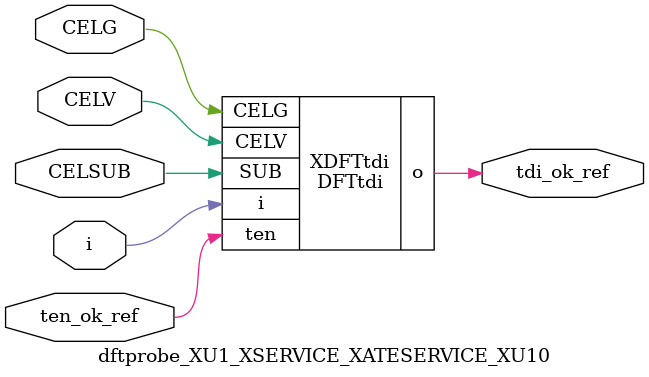
<source format=v>


module DFTtdi ( o, CELV, SUB, i, ten, CELG );

  input CELV;
  input ten;
  input i;
  output o;
  input CELG;
  input SUB;
endmodule


module dftprobe_XU1_XSERVICE_XATESERVICE_XU10 (i,tdi_ok_ref,ten_ok_ref,CELG,CELSUB,CELV);
input  i;
output  tdi_ok_ref;
input  ten_ok_ref;
input  CELG;
input  CELSUB;
input  CELV;

DFTtdi XDFTtdi(
  .i (i),
  .o (tdi_ok_ref),
  .ten (ten_ok_ref),
  .CELG (CELG),
  .SUB (CELSUB),
  .CELV (CELV)
);

endmodule


</source>
